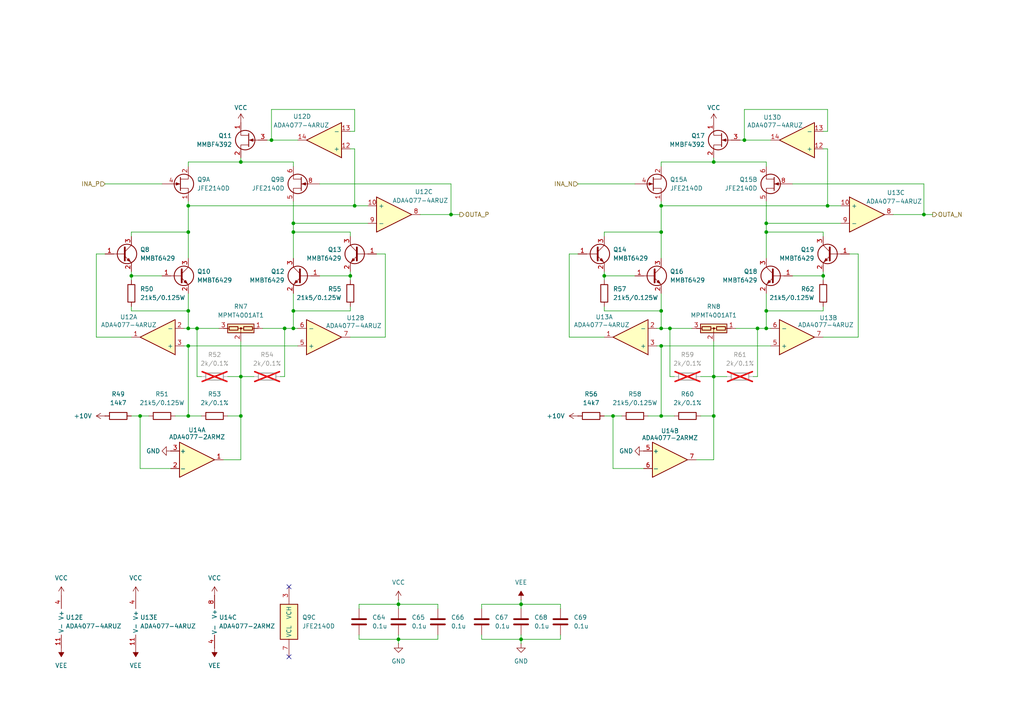
<source format=kicad_sch>
(kicad_sch (version 20250114) (generator "eeschema") (generator_version "9.0")
  (paper "A4")
  (lib_symbols
    (symbol "DIFF_MEAS:ADA4077-2xRMZ" (pin_names (offset 0.127))
      (property "Reference" "U" (at 2.54 6.35 0))
      (property "Value" "ADA4077-2xRMZ" (at 2.54 3.81 0))
      (symbol "ADA4077-2xRMZ_1_1"
        (polyline (pts (xy 5.08 0) (xy -5.08 5.08) (xy -5.08 -5.08) (xy 5.08 0)) (stroke (width 0.254)) (fill (type background)))
        (pin input line (at -7.62 2.54 0) (length 2.54) (name "+") (number "3"))
        (pin input line (at -7.62 -2.54 0) (length 2.54) (name "-") (number "2"))
        (pin output line (at 7.62 0 180) (length 2.54) (name "~") (number "1"))
      )
      (symbol "ADA4077-2xRMZ_2_1"
        (polyline (pts (xy 5.08 0) (xy -5.08 5.08) (xy -5.08 -5.08) (xy 5.08 0)) (stroke (width 0.254)) (fill (type background)))
        (pin input line (at -7.62 2.54 0) (length 2.54) (name "+") (number "5"))
        (pin input line (at -7.62 -2.54 0) (length 2.54) (name "-") (number "6"))
        (pin output line (at 7.62 0 180) (length 2.54) (name "~") (number "7"))
      )
      (symbol "ADA4077-2xRMZ_3_1"
        (pin power_in line (at 0 7.62 270) (length 3.81) (name "V+") (number "8"))
        (pin power_in line (at 0 -7.62 90) (length 3.81) (name "V-") (number "4"))
      )
    )
    (symbol "DIFF_MEAS:ADA4077-4ARUZ"
      (property "Reference" "U" (at 0 3.81 0))
      (property "Value" "ADA4077-4ARUZ" (at 0 -3.81 0))
      (symbol "ADA4077-4ARUZ_1_1"
        (polyline (pts (xy -5.08 5.08) (xy 5.08 0) (xy -5.08 -5.08) (xy -5.08 5.08)) (stroke (width 0.254)) (fill (type background)))
        (pin input line (at -7.62 2.54 0) (length 2.54) (name "+") (number "3"))
        (pin input line (at -7.62 -2.54 0) (length 2.54) (name "-") (number "2"))
        (pin output line (at 7.62 0 180) (length 2.54) (name "~") (number "1"))
      )
      (symbol "ADA4077-4ARUZ_2_1"
        (polyline (pts (xy -5.08 5.08) (xy 5.08 0) (xy -5.08 -5.08) (xy -5.08 5.08)) (stroke (width 0.254)) (fill (type background)))
        (pin input line (at -7.62 2.54 0) (length 2.54) (name "+") (number "5"))
        (pin input line (at -7.62 -2.54 0) (length 2.54) (name "-") (number "6"))
        (pin output line (at 7.62 0 180) (length 2.54) (name "~") (number "7"))
      )
      (symbol "ADA4077-4ARUZ_3_1"
        (polyline (pts (xy -5.08 5.08) (xy 5.08 0) (xy -5.08 -5.08) (xy -5.08 5.08)) (stroke (width 0.254)) (fill (type background)))
        (pin input line (at -7.62 2.54 0) (length 2.54) (name "+") (number "10"))
        (pin input line (at -7.62 -2.54 0) (length 2.54) (name "-") (number "9"))
        (pin output line (at 7.62 0 180) (length 2.54) (name "~") (number "8"))
      )
      (symbol "ADA4077-4ARUZ_4_1"
        (polyline (pts (xy -5.08 5.08) (xy 5.08 0) (xy -5.08 -5.08) (xy -5.08 5.08)) (stroke (width 0.254)) (fill (type background)))
        (pin input line (at -7.62 2.54 0) (length 2.54) (name "+") (number "12"))
        (pin input line (at -7.62 -2.54 0) (length 2.54) (name "-") (number "13"))
        (pin output line (at 7.62 0 180) (length 2.54) (name "~") (number "14"))
      )
      (symbol "ADA4077-4ARUZ_5_1"
        (pin power_in line (at 0 7.62 270) (length 3.81) (name "V+") (number "4"))
        (pin power_in line (at 0 -7.62 90) (length 3.81) (name "V-") (number "11"))
      )
    )
    (symbol "Device:C" (pin_numbers (hide yes)) (pin_names (offset 0.254))
      (property "Reference" "C" (at 0.635 2.54 0))
      (property "Value" "C" (at 0.635 -2.54 0))
      (symbol "C_0_1"
        (polyline (pts (xy -2.032 0.762) (xy 2.032 0.762)) (stroke (width 0.508)))
        (polyline (pts (xy -2.032 -0.762) (xy 2.032 -0.762)) (stroke (width 0.508)))
      )
      (symbol "C_1_1"
        (pin passive line (at 0 3.81 270) (length 2.794) (name "~") (number "1"))
        (pin passive line (at 0 -3.81 90) (length 2.794) (name "~") (number "2"))
      )
    )
    (symbol "Device:R" (pin_numbers (hide yes)) (pin_names (offset 0))
      (property "Reference" "R" (at 2.032 0 90))
      (property "Value" "R" (at 0 0 90))
      (symbol "R_0_1"
        (rectangle (start -1.016 -2.54) (end 1.016 2.54) (stroke (width 0.254)))
      )
      (symbol "R_1_1"
        (pin passive line (at 0 3.81 270) (length 1.27) (name "~") (number "1"))
        (pin passive line (at 0 -3.81 90) (length 1.27) (name "~") (number "2"))
      )
    )
    (symbol "Device:VoltageDivider" (pin_names (offset 0) (hide yes))
      (property "Reference" "RN" (at -4.445 0 90))
      (property "Value" "VoltageDivider" (at -2.54 0 90))
      (symbol "VoltageDivider_0_1"
        (rectangle (start -1.27 -3.81) (end 1.27 3.81) (stroke (width 0.254)) (fill (type background)))
        (rectangle (start -0.508 3.3782) (end 0.508 0.8382) (stroke (width 0.254)))
        (rectangle (start -0.508 -3.3782) (end 0.508 -0.8382) (stroke (width 0.254)))
        (polyline (pts (xy 0 5.08) (xy 0 3.3782)))
        (polyline (pts (xy 0 0.889) (xy 0 -0.889)))
        (circle (center 0 0.0254) (radius 0.254) (fill (type outline)))
        (polyline (pts (xy 0 -5.08) (xy 0 -3.429)))
        (polyline (pts (xy 1.27 0) (xy 0 0)))
      )
      (symbol "VoltageDivider_1_1"
        (pin passive line (at 0 6.35 270) (length 2.54) (name "~") (number "1"))
        (pin passive line (at 0 -6.35 90) (length 2.54) (name "~") (number "3"))
        (pin passive line (at 3.81 0 180) (length 2.54) (name "~") (number "2"))
      )
    )
    (symbol "Transistor_BJT:Q_NPN_BEC" (pin_names (offset 0) (hide yes))
      (property "Reference" "Q" (at 5.08 1.27 0))
      (property "Value" "Q_NPN_BEC" (at 5.08 -1.27 0))
      (symbol "Q_NPN_BEC_0_1"
        (polyline (pts (xy -2.54 0) (xy 0.635 0)))
        (polyline (pts (xy 0.635 1.905) (xy 0.635 -1.905)) (stroke (width 0.508)))
        (circle (center 1.27 0) (radius 2.8194) (stroke (width 0.254)))
      )
      (symbol "Q_NPN_BEC_1_1"
        (polyline (pts (xy 0.635 0.635) (xy 2.54 2.54)))
        (polyline (pts (xy 0.635 -0.635) (xy 2.54 -2.54)))
        (polyline (pts (xy 1.27 -1.778) (xy 1.778 -1.27) (xy 2.286 -2.286) (xy 1.27 -1.778)) (fill (type outline)))
        (pin input line (at -5.08 0 0) (length 2.54) (name "B") (number "1"))
        (pin passive line (at 2.54 5.08 270) (length 2.54) (name "C") (number "3"))
        (pin passive line (at 2.54 -5.08 90) (length 2.54) (name "E") (number "2"))
      )
    )
    (symbol "Transistor_FET:JFE2140D"
      (property "Reference" "Q" (at 5.08 1.27 0))
      (property "Value" "JFE2140D" (at 8.89 -1.27 0))
      (symbol "JFE2140D_1_1"
        (polyline (pts (xy 0 0) (xy -1.016 0.381) (xy -1.016 -0.381) (xy 0 0)) (fill (type outline)))
        (polyline (pts (xy 0.254 1.905) (xy 0.254 -1.905) (xy 0.254 -1.905)) (stroke (width 0.254)))
        (circle (center 1.27 0) (radius 2.8194) (stroke (width 0.254)))
        (polyline (pts (xy 2.54 2.54) (xy 2.54 1.397) (xy 0.254 1.397)))
        (polyline (pts (xy 2.54 -2.54) (xy 2.54 -1.27) (xy 0.254 -1.27)))
        (pin input line (at -5.08 0 0) (length 5.334) (name "~") (number "4"))
        (pin passive line (at 2.54 5.08 270) (length 2.54) (name "~") (number "2"))
        (pin passive line (at 2.54 -5.08 90) (length 2.54) (name "~") (number "1"))
      )
      (symbol "JFE2140D_2_1"
        (polyline (pts (xy 0 0) (xy -1.016 0.381) (xy -1.016 -0.381) (xy 0 0)) (fill (type outline)))
        (polyline (pts (xy 0.254 1.905) (xy 0.254 -1.905) (xy 0.254 -1.905)) (stroke (width 0.254)))
        (circle (center 1.27 0) (radius 2.8194) (stroke (width 0.254)))
        (polyline (pts (xy 2.54 2.54) (xy 2.54 1.397) (xy 0.254 1.397)))
        (polyline (pts (xy 2.54 -2.54) (xy 2.54 -1.27) (xy 0.254 -1.27)))
        (pin input line (at -5.08 0 0) (length 5.334) (name "~") (number "8"))
        (pin passive line (at 2.54 5.08 270) (length 2.54) (name "~") (number "6"))
        (pin passive line (at 2.54 -5.08 90) (length 2.54) (name "~") (number "5"))
      )
      (symbol "JFE2140D_3_0"
        (pin passive line (at 0 10.16 270) (length 5.08) (name "VCH") (number "3"))
        (pin passive line (at 0 -10.16 90) (length 5.08) (name "VCL") (number "7"))
      )
      (symbol "JFE2140D_3_1"
        (rectangle (start -2.54 5.08) (end 2.54 -5.08) (stroke (width 0.254)) (fill (type background)))
      )
    )
    (symbol "Transistor_FET:MMBF4392" (pin_names (hide yes))
      (property "Reference" "Q" (at 5.08 1.905 0))
      (property "Value" "MMBF4392" (at 5.08 0 0))
      (symbol "MMBF4392_0_1"
        (polyline (pts (xy 0 0) (xy -1.016 0.381) (xy -1.016 -0.381) (xy 0 0)) (fill (type outline)))
        (polyline (pts (xy 0.254 1.905) (xy 0.254 -1.905)) (stroke (width 0.254)))
        (polyline (pts (xy 0.254 0) (xy -2.54 0)))
        (circle (center 1.27 0) (radius 2.8194) (stroke (width 0.254)))
        (polyline (pts (xy 2.54 2.54) (xy 2.54 1.397) (xy 0.254 1.397)))
        (polyline (pts (xy 2.54 -2.54) (xy 2.54 -1.397) (xy 0.254 -1.397)))
      )
      (symbol "MMBF4392_1_1"
        (pin input line (at -5.08 0 0) (length 2.54) (name "G") (number "3"))
        (pin passive line (at 2.54 5.08 270) (length 2.54) (name "D") (number "1"))
        (pin passive line (at 2.54 -5.08 90) (length 2.54) (name "S") (number "2"))
      )
    )
    (symbol "power:+10V" (power) (pin_numbers (hide yes)) (pin_names (offset 0) (hide yes))
      (property "Value" "+10V" (at 0 3.556 0))
      (symbol "+10V_0_1"
        (polyline (pts (xy -0.762 1.27) (xy 0 2.54)))
        (polyline (pts (xy 0 2.54) (xy 0.762 1.27)))
        (polyline (pts (xy 0 0) (xy 0 2.54)))
      )
      (symbol "+10V_1_1"
        (pin power_in line (at 0 0 90) (length 0) (name "~") (number "1"))
      )
    )
    (symbol "power:GND" (power) (pin_numbers (hide yes)) (pin_names (offset 0) (hide yes))
      (property "Value" "GND" (at 0 -3.81 0))
      (symbol "GND_0_1"
        (polyline (pts (xy 0 0) (xy 0 -1.27) (xy 1.27 -1.27) (xy 0 -2.54) (xy -1.27 -1.27) (xy 0 -1.27)))
      )
      (symbol "GND_1_1"
        (pin power_in line (at 0 0 270) (length 0) (name "~") (number "1"))
      )
    )
    (symbol "power:VCC" (power) (pin_numbers (hide yes)) (pin_names (offset 0) (hide yes))
      (property "Value" "VCC" (at 0 3.556 0))
      (symbol "VCC_0_1"
        (polyline (pts (xy -0.762 1.27) (xy 0 2.54)))
        (polyline (pts (xy 0 2.54) (xy 0.762 1.27)))
        (polyline (pts (xy 0 0) (xy 0 2.54)))
      )
      (symbol "VCC_1_1"
        (pin power_in line (at 0 0 90) (length 0) (name "~") (number "1"))
      )
    )
    (symbol "power:VEE" (power) (pin_numbers (hide yes)) (pin_names (offset 0) (hide yes))
      (property "Value" "VEE" (at 0 3.556 0))
      (symbol "VEE_0_1"
        (polyline (pts (xy 0 0) (xy 0 2.54)))
        (polyline (pts (xy 0.762 1.27) (xy -0.762 1.27) (xy 0 2.54) (xy 0.762 1.27)) (fill (type outline)))
      )
      (symbol "VEE_1_1"
        (pin power_in line (at 0 0 90) (length 0) (name "~") (number "1"))
      )
    )
  )
  (junction (at 207.01 120.65))
  (junction (at 54.61 100.33))
  (junction (at 267.97 62.23))
  (junction (at 191.77 120.65))
  (junction (at 69.85 109.22))
  (junction (at 115.57 175.26))
  (junction (at 85.09 95.25))
  (junction (at 191.77 90.17))
  (junction (at 151.13 185.42))
  (junction (at 222.25 95.25))
  (junction (at 222.25 90.17))
  (junction (at 85.09 64.77))
  (junction (at 175.26 80.01))
  (junction (at 240.03 59.69))
  (junction (at 85.09 90.17))
  (junction (at 78.74 40.64))
  (junction (at 40.64 120.65))
  (junction (at 222.25 64.77))
  (junction (at 102.87 59.69))
  (junction (at 54.61 59.69))
  (junction (at 151.13 175.26))
  (junction (at 207.01 109.22))
  (junction (at 54.61 95.25))
  (junction (at 191.77 67.31))
  (junction (at 130.81 62.23))
  (junction (at 69.85 120.65))
  (junction (at 194.31 95.25))
  (junction (at 222.25 67.31))
  (junction (at 69.85 46.99))
  (junction (at 101.6 80.01))
  (junction (at 54.61 90.17))
  (junction (at 57.15 95.25))
  (junction (at 191.77 95.25))
  (junction (at 219.71 95.25))
  (junction (at 54.61 120.65))
  (junction (at 54.61 67.31))
  (junction (at 191.77 59.69))
  (junction (at 215.9 40.64))
  (junction (at 38.1 80.01))
  (junction (at 177.8 120.65))
  (junction (at 82.55 95.25))
  (junction (at 115.57 185.42))
  (junction (at 238.76 80.01))
  (junction (at 85.09 67.31))
  (junction (at 207.01 46.99))
  (junction (at 191.77 100.33))
  (no_connect (at 83.82 170.18))
  (no_connect (at 83.82 190.5))
  (wire (pts (xy 151.13 175.26) (xy 162.56 175.26)))
  (wire (pts (xy 191.77 100.33) (xy 223.52 100.33)))
  (wire (pts (xy 57.15 95.25) (xy 57.15 109.22)))
  (wire (pts (xy 248.92 73.66) (xy 246.38 73.66)))
  (wire (pts (xy 229.87 80.01) (xy 238.76 80.01)))
  (wire (pts (xy 177.8 120.65) (xy 180.34 120.65)))
  (wire (pts (xy 215.9 40.64) (xy 223.52 40.64)))
  (wire (pts (xy 130.81 53.34) (xy 130.81 62.23)))
  (wire (pts (xy 175.26 80.01) (xy 184.15 80.01)))
  (wire (pts (xy 238.76 78.74) (xy 238.76 80.01)))
  (wire (pts (xy 175.26 90.17) (xy 191.77 90.17)))
  (wire (pts (xy 191.77 120.65) (xy 195.58 120.65)))
  (wire (pts (xy 101.6 67.31) (xy 101.6 68.58)))
  (wire (pts (xy 115.57 175.26) (xy 127 175.26)))
  (wire (pts (xy 54.61 48.26) (xy 54.61 46.99)))
  (wire (pts (xy 240.03 43.18) (xy 240.03 59.69)))
  (wire (pts (xy 207.01 46.99) (xy 222.25 46.99)))
  (wire (pts (xy 54.61 120.65) (xy 58.42 120.65)))
  (wire (pts (xy 214.63 40.64) (xy 215.9 40.64)))
  (wire (pts (xy 85.09 90.17) (xy 85.09 95.25)))
  (wire (pts (xy 38.1 78.74) (xy 38.1 80.01)))
  (wire (pts (xy 238.76 90.17) (xy 222.25 90.17)))
  (wire (pts (xy 222.25 64.77) (xy 243.84 64.77)))
  (wire (pts (xy 101.6 88.9) (xy 101.6 90.17)))
  (wire (pts (xy 240.03 31.75) (xy 240.03 38.1)))
  (wire (pts (xy 222.25 90.17) (xy 222.25 95.25)))
  (wire (pts (xy 218.44 109.22) (xy 219.71 109.22)))
  (wire (pts (xy 85.09 74.93) (xy 85.09 67.31)))
  (wire (pts (xy 175.26 97.79) (xy 165.1 97.79)))
  (wire (pts (xy 151.13 185.42) (xy 162.56 185.42)))
  (wire (pts (xy 111.76 73.66) (xy 109.22 73.66)))
  (wire (pts (xy 151.13 173.99) (xy 151.13 175.26)))
  (wire (pts (xy 85.09 64.77) (xy 85.09 67.31)))
  (wire (pts (xy 53.34 100.33) (xy 54.61 100.33)))
  (wire (pts (xy 191.77 85.09) (xy 191.77 90.17)))
  (wire (pts (xy 240.03 59.69) (xy 243.84 59.69)))
  (wire (pts (xy 191.77 46.99) (xy 207.01 46.99)))
  (wire (pts (xy 127 185.42) (xy 127 184.15)))
  (wire (pts (xy 102.87 31.75) (xy 102.87 38.1)))
  (wire (pts (xy 191.77 48.26) (xy 191.77 46.99)))
  (wire (pts (xy 101.6 90.17) (xy 85.09 90.17)))
  (wire (pts (xy 187.96 120.65) (xy 191.77 120.65)))
  (wire (pts (xy 121.92 62.23) (xy 130.81 62.23)))
  (wire (pts (xy 92.71 80.01) (xy 101.6 80.01)))
  (wire (pts (xy 222.25 85.09) (xy 222.25 90.17)))
  (wire (pts (xy 115.57 185.42) (xy 127 185.42)))
  (wire (pts (xy 191.77 67.31) (xy 175.26 67.31)))
  (wire (pts (xy 115.57 175.26) (xy 104.14 175.26)))
  (wire (pts (xy 77.47 40.64) (xy 78.74 40.64)))
  (wire (pts (xy 151.13 175.26) (xy 139.7 175.26)))
  (wire (pts (xy 222.25 95.25) (xy 223.52 95.25)))
  (wire (pts (xy 201.93 133.35) (xy 207.01 133.35)))
  (wire (pts (xy 191.77 90.17) (xy 191.77 95.25)))
  (wire (pts (xy 54.61 74.93) (xy 54.61 67.31)))
  (wire (pts (xy 203.2 120.65) (xy 207.01 120.65)))
  (wire (pts (xy 115.57 175.26) (xy 115.57 176.53)))
  (wire (pts (xy 229.87 53.34) (xy 267.97 53.34)))
  (wire (pts (xy 191.77 74.93) (xy 191.77 67.31)))
  (wire (pts (xy 49.53 135.89) (xy 40.64 135.89)))
  (wire (pts (xy 85.09 58.42) (xy 85.09 64.77)))
  (wire (pts (xy 222.25 58.42) (xy 222.25 64.77)))
  (wire (pts (xy 78.74 31.75) (xy 102.87 31.75)))
  (wire (pts (xy 78.74 40.64) (xy 78.74 31.75)))
  (wire (pts (xy 238.76 43.18) (xy 240.03 43.18)))
  (wire (pts (xy 69.85 46.99) (xy 85.09 46.99)))
  (wire (pts (xy 104.14 175.26) (xy 104.14 176.53)))
  (wire (pts (xy 54.61 90.17) (xy 54.61 95.25)))
  (wire (pts (xy 101.6 43.18) (xy 102.87 43.18)))
  (wire (pts (xy 54.61 85.09) (xy 54.61 90.17)))
  (wire (pts (xy 102.87 38.1) (xy 101.6 38.1)))
  (wire (pts (xy 78.74 40.64) (xy 86.36 40.64)))
  (wire (pts (xy 69.85 109.22) (xy 69.85 120.65)))
  (wire (pts (xy 38.1 90.17) (xy 54.61 90.17)))
  (wire (pts (xy 139.7 185.42) (xy 151.13 185.42)))
  (wire (pts (xy 175.26 88.9) (xy 175.26 90.17)))
  (wire (pts (xy 207.01 99.06) (xy 207.01 109.22)))
  (wire (pts (xy 40.64 120.65) (xy 43.18 120.65)))
  (wire (pts (xy 38.1 67.31) (xy 38.1 68.58)))
  (wire (pts (xy 111.76 97.79) (xy 101.6 97.79)))
  (wire (pts (xy 64.77 133.35) (xy 69.85 133.35)))
  (wire (pts (xy 203.2 109.22) (xy 207.01 109.22)))
  (wire (pts (xy 30.48 53.34) (xy 46.99 53.34)))
  (wire (pts (xy 38.1 80.01) (xy 46.99 80.01)))
  (wire (pts (xy 177.8 135.89) (xy 177.8 120.65)))
  (wire (pts (xy 248.92 73.66) (xy 248.92 97.79)))
  (wire (pts (xy 115.57 184.15) (xy 115.57 185.42)))
  (wire (pts (xy 222.25 46.99) (xy 222.25 48.26)))
  (wire (pts (xy 219.71 95.25) (xy 222.25 95.25)))
  (wire (pts (xy 215.9 31.75) (xy 240.03 31.75)))
  (wire (pts (xy 267.97 53.34) (xy 267.97 62.23)))
  (wire (pts (xy 194.31 95.25) (xy 194.31 109.22)))
  (wire (pts (xy 102.87 43.18) (xy 102.87 59.69)))
  (wire (pts (xy 38.1 120.65) (xy 40.64 120.65)))
  (wire (pts (xy 54.61 59.69) (xy 54.61 67.31)))
  (wire (pts (xy 162.56 185.42) (xy 162.56 184.15)))
  (wire (pts (xy 151.13 184.15) (xy 151.13 185.42)))
  (wire (pts (xy 92.71 53.34) (xy 130.81 53.34)))
  (wire (pts (xy 162.56 176.53) (xy 162.56 175.26)))
  (wire (pts (xy 66.04 120.65) (xy 69.85 120.65)))
  (wire (pts (xy 139.7 184.15) (xy 139.7 185.42)))
  (wire (pts (xy 222.25 64.77) (xy 222.25 67.31)))
  (wire (pts (xy 213.36 95.25) (xy 219.71 95.25)))
  (wire (pts (xy 54.61 67.31) (xy 38.1 67.31)))
  (wire (pts (xy 207.01 109.22) (xy 210.82 109.22)))
  (wire (pts (xy 139.7 175.26) (xy 139.7 176.53)))
  (wire (pts (xy 240.03 38.1) (xy 238.76 38.1)))
  (wire (pts (xy 82.55 95.25) (xy 85.09 95.25)))
  (wire (pts (xy 222.25 67.31) (xy 238.76 67.31)))
  (wire (pts (xy 238.76 67.31) (xy 238.76 68.58)))
  (wire (pts (xy 191.77 59.69) (xy 191.77 67.31)))
  (wire (pts (xy 54.61 95.25) (xy 57.15 95.25)))
  (wire (pts (xy 175.26 81.28) (xy 175.26 80.01)))
  (wire (pts (xy 58.42 109.22) (xy 57.15 109.22)))
  (wire (pts (xy 259.08 62.23) (xy 267.97 62.23)))
  (wire (pts (xy 81.28 109.22) (xy 82.55 109.22)))
  (wire (pts (xy 53.34 95.25) (xy 54.61 95.25)))
  (wire (pts (xy 54.61 59.69) (xy 102.87 59.69)))
  (wire (pts (xy 69.85 45.72) (xy 69.85 46.99)))
  (wire (pts (xy 167.64 53.34) (xy 184.15 53.34)))
  (wire (pts (xy 40.64 135.89) (xy 40.64 120.65)))
  (wire (pts (xy 190.5 100.33) (xy 191.77 100.33)))
  (wire (pts (xy 215.9 40.64) (xy 215.9 31.75)))
  (wire (pts (xy 85.09 64.77) (xy 106.68 64.77)))
  (wire (pts (xy 50.8 120.65) (xy 54.61 120.65)))
  (wire (pts (xy 191.77 95.25) (xy 194.31 95.25)))
  (wire (pts (xy 191.77 100.33) (xy 191.77 120.65)))
  (wire (pts (xy 219.71 95.25) (xy 219.71 109.22)))
  (wire (pts (xy 190.5 95.25) (xy 191.77 95.25)))
  (wire (pts (xy 85.09 95.25) (xy 86.36 95.25)))
  (wire (pts (xy 85.09 67.31) (xy 101.6 67.31)))
  (wire (pts (xy 175.26 67.31) (xy 175.26 68.58)))
  (wire (pts (xy 115.57 185.42) (xy 115.57 186.69)))
  (wire (pts (xy 85.09 46.99) (xy 85.09 48.26)))
  (wire (pts (xy 267.97 62.23) (xy 270.51 62.23)))
  (wire (pts (xy 127 176.53) (xy 127 175.26)))
  (wire (pts (xy 38.1 81.28) (xy 38.1 80.01)))
  (wire (pts (xy 101.6 81.28) (xy 101.6 80.01)))
  (wire (pts (xy 76.2 95.25) (xy 82.55 95.25)))
  (wire (pts (xy 194.31 95.25) (xy 200.66 95.25)))
  (wire (pts (xy 57.15 95.25) (xy 63.5 95.25)))
  (wire (pts (xy 207.01 45.72) (xy 207.01 46.99)))
  (wire (pts (xy 175.26 120.65) (xy 177.8 120.65)))
  (wire (pts (xy 222.25 74.93) (xy 222.25 67.31)))
  (wire (pts (xy 195.58 109.22) (xy 194.31 109.22)))
  (wire (pts (xy 151.13 175.26) (xy 151.13 176.53)))
  (wire (pts (xy 186.69 135.89) (xy 177.8 135.89)))
  (wire (pts (xy 104.14 185.42) (xy 115.57 185.42)))
  (wire (pts (xy 191.77 58.42) (xy 191.77 59.69)))
  (wire (pts (xy 54.61 46.99) (xy 69.85 46.99)))
  (wire (pts (xy 85.09 85.09) (xy 85.09 90.17)))
  (wire (pts (xy 151.13 185.42) (xy 151.13 186.69)))
  (wire (pts (xy 54.61 58.42) (xy 54.61 59.69)))
  (wire (pts (xy 54.61 100.33) (xy 54.61 120.65)))
  (wire (pts (xy 69.85 120.65) (xy 69.85 133.35)))
  (wire (pts (xy 191.77 59.69) (xy 240.03 59.69)))
  (wire (pts (xy 54.61 100.33) (xy 86.36 100.33)))
  (wire (pts (xy 101.6 78.74) (xy 101.6 80.01)))
  (wire (pts (xy 130.81 62.23) (xy 133.35 62.23)))
  (wire (pts (xy 38.1 88.9) (xy 38.1 90.17)))
  (wire (pts (xy 111.76 73.66) (xy 111.76 97.79)))
  (wire (pts (xy 238.76 81.28) (xy 238.76 80.01)))
  (wire (pts (xy 82.55 95.25) (xy 82.55 109.22)))
  (wire (pts (xy 175.26 78.74) (xy 175.26 80.01)))
  (wire (pts (xy 115.57 173.99) (xy 115.57 175.26)))
  (wire (pts (xy 248.92 97.79) (xy 238.76 97.79)))
  (wire (pts (xy 165.1 97.79) (xy 165.1 73.66)))
  (wire (pts (xy 66.04 109.22) (xy 69.85 109.22)))
  (wire (pts (xy 207.01 120.65) (xy 207.01 133.35)))
  (wire (pts (xy 27.94 73.66) (xy 30.48 73.66)))
  (wire (pts (xy 69.85 99.06) (xy 69.85 109.22)))
  (wire (pts (xy 104.14 184.15) (xy 104.14 185.42)))
  (wire (pts (xy 238.76 88.9) (xy 238.76 90.17)))
  (wire (pts (xy 207.01 109.22) (xy 207.01 120.65)))
  (wire (pts (xy 102.87 59.69) (xy 106.68 59.69)))
  (wire (pts (xy 38.1 97.79) (xy 27.94 97.79)))
  (wire (pts (xy 165.1 73.66) (xy 167.64 73.66)))
  (wire (pts (xy 27.94 97.79) (xy 27.94 73.66)))
  (wire (pts (xy 69.85 109.22) (xy 73.66 109.22)))
  (hierarchical_label "INA_P" (shape input) (at 30.48 53.34 180))
  (hierarchical_label "OUTA_N" (shape output) (at 270.51 62.23 0))
  (hierarchical_label "OUTA_P" (shape output) (at 133.35 62.23 0))
  (hierarchical_label "INA_N" (shape input) (at 167.64 53.34 180))
  (symbol (lib_id "power:GND") (at 115.57 186.69 0) (unit 1)
    (property "Reference" "#PWR0133" (effects (hide yes)))
    (property "Value" "GND" (at 115.57 191.77 0))
    (property "Description" "Power symbol creates a global label with name \"GND\" , ground" (effects (hide yes)))
    (instances (project "" (path "" (reference "#PWR0133") (unit 1))) (project "" (path "" (reference "#PWR037") (unit 1))))
  )
  (symbol (lib_id "Transistor_FET:JFE2140D") (at 52.07 53.34 0) (unit 1)
    (property "Reference" "Q9" (at 57.15 52.0699 0) (effects (justify left)))
    (property "Value" "JFE2140D" (at 57.15 54.6099 0) (effects (justify left)))
    (property "Footprint" "Package_SO:SOIC-8_3.9x4.9mm_P1.27mm" (effects (hide yes)))
    (property "Datasheet" "https://www.ti.com/lit/ds/symlink/jfe2140.pdf" (effects (hide yes)))
    (property "Description" "Ultra-Low Noise, Matched, Dual, Low-Gate Current, Discrete, Audio, N‑Channel JFET, SOIC-8" (effects (hide yes)))
    (instances (project "" (path "" (reference "Q9") (unit 1))) (project "" (path "" (reference "Q2") (unit 1))))
  )
  (symbol (lib_id "Transistor_FET:MMBF4392") (at 209.55 40.64 0) (mirror y) (unit 1)
    (property "Reference" "Q17" (at 204.47 39.3699 0) (effects (justify left)))
    (property "Value" "MMBF4392" (at 204.47 41.9099 0) (effects (justify left)))
    (property "Footprint" "Package_TO_SOT_SMD:SOT-23" (effects (hide yes)))
    (property "Datasheet" "https://www.onsemi.com/pub/Collateral/MMBF4391LT1-D.PDF" (effects (hide yes)))
    (property "Description" "25mA min, 30V, 60mOhm max, 2-5V Vgs(off), N-Channel JFET, SOT-23" (effects (hide yes)))
    (instances (project "DIFF_MEAS" (path "" (reference "Q17") (unit 1))) (project "DIFF_MEAS" (path "" (reference "Q10") (unit 1))))
  )
  (symbol (lib_id "power:VCC") (at 69.85 35.56 0) (unit 1)
    (property "Reference" "#PWR0131" (effects (hide yes)))
    (property "Value" "VCC" (at 69.85 31.242 0))
    (property "Description" "Power symbol creates a global label with name \"VCC\"" (effects (hide yes)))
    (instances (project "DIFF_MEAS" (path "" (reference "#PWR0131") (unit 1))) (project "DIFF_MEAS" (path "" (reference "#PWR035") (unit 1))))
  )
  (symbol (lib_id "Device:R") (at 199.39 109.22 90) (unit 1) (in_bom no) (dnp yes)
    (property "Reference" "R59" (at 199.39 102.87 90))
    (property "Value" "2k/0.1%" (at 199.39 105.41 90))
    (property "Footprint" "Resistor_SMD:R_0603_1608Metric" (effects (hide yes)))
    (property "Description" "Resistor" (effects (hide yes)))
    (instances (project "DIFF_MEAS" (path "" (reference "R59") (unit 1))) (project "DIFF_MEAS" (path "" (reference "R35") (unit 1))))
  )
  (symbol (lib_id "DIFF_MEAS:ADA4077-2xRMZ") (at 57.15 133.35 0) (unit 1)
    (property "Reference" "U14" (at 57.15 124.714 0))
    (property "Value" "ADA4077-2ARMZ" (at 57.15 126.746 0))
    (property "Footprint" "Package_SO:MSOP-8_3x3mm_P0.65mm" (effects (hide yes)))
    (property "Datasheet" "https://www.analog.com/media/en/technical-documentation/data-sheets/ada4077-1_4077-2_4077-4.pdf" (effects (hide yes)))
    (property "Description" "4 MHz, 7 nV/√Hz, Low Offset and Drift, High Precision Amplifiers" (effects (hide yes)))
  )
  (symbol (lib_id "power:GND") (at 186.69 130.81 270) (unit 1)
    (property "Reference" "#PWR0137" (effects (hide yes)))
    (property "Value" "GND" (at 183.642 130.81 90) (effects (justify right)))
    (property "Description" "Power symbol creates a global label with name \"GND\" , ground" (effects (hide yes)))
    (instances (project "DIFF_MEAS" (path "" (reference "#PWR0137") (unit 1))) (project "DIFF_MEAS" (path "" (reference "#PWR041") (unit 1))))
  )
  (symbol (lib_id "Transistor_FET:JFE2140D") (at 224.79 53.34 0) (mirror y) (unit 2)
    (property "Reference" "Q15" (at 219.71 52.0699 0) (effects (justify left)))
    (property "Value" "JFE2140D" (at 219.71 54.6099 0) (effects (justify left)))
    (property "Footprint" "Package_SO:SOIC-8_3.9x4.9mm_P1.27mm" (effects (hide yes)))
    (property "Datasheet" "https://www.ti.com/lit/ds/symlink/jfe2140.pdf" (effects (hide yes)))
    (property "Description" "Ultra-Low Noise, Matched, Dual, Low-Gate Current, Discrete, Audio, N‑Channel JFET, SOIC-8" (effects (hide yes)))
    (instances (project "DIFF_MEAS" (path "" (reference "Q15") (unit 2))) (project "DIFF_MEAS" (path "" (reference "Q8") (unit 2))))
  )
  (symbol (lib_id "DIFF_MEAS:ADA4077-4ARUZ") (at 231.14 97.79 0) (mirror x) (unit 2)
    (property "Reference" "U13" (at 240.284 92.202 0))
    (property "Value" "ADA4077-4ARUZ" (at 239.522 94.234 0))
    (property "Footprint" "Package_SO:TSSOP-14_4.4x5mm_P0.65mm" (effects (hide yes)))
    (property "Datasheet" "https://www.analog.com/media/en/technical-documentation/data-sheets/ada4077-1_4077-2_4077-4.pdf" (effects (hide yes)))
    (property "Description" "4 MHz, 7 nV/√Hz, Low Offset and Drift, High Precision Amplifiers" (effects (hide yes)))
  )
  (symbol (lib_id "DIFF_MEAS:ADA4077-4ARUZ") (at 45.72 97.79 180) (unit 1)
    (property "Reference" "U12" (at 37.338 91.948 0))
    (property "Value" "ADA4077-4ARUZ" (at 37.338 94.234 0))
    (property "Footprint" "Package_SO:TSSOP-14_4.4x5mm_P0.65mm" (effects (hide yes)))
    (property "Datasheet" "https://www.analog.com/media/en/technical-documentation/data-sheets/ada4077-1_4077-2_4077-4.pdf" (effects (hide yes)))
    (property "Description" "4 MHz, 7 nV/√Hz, Low Offset and Drift, High Precision Amplifiers" (effects (hide yes)))
  )
  (symbol (lib_id "Device:R") (at 38.1 85.09 180) (unit 1)
    (property "Reference" "R50" (at 40.64 83.8199 0) (effects (justify right)))
    (property "Value" "21k5/0.125W" (at 40.64 86.3599 0) (effects (justify right)))
    (property "Footprint" "Resistor_SMD:R_0603_1608Metric" (effects (hide yes)))
    (property "Description" "Resistor" (effects (hide yes)))
    (instances (project "DIFF_MEAS" (path "" (reference "R50") (unit 1))) (project "DIFF_MEAS" (path "" (reference "R26") (unit 1))))
  )
  (symbol (lib_id "power:VEE") (at 62.23 187.96 180) (unit 1)
    (property "Reference" "#PWR0130" (effects (hide yes)))
    (property "Value" "VEE" (at 62.23 193.04 0))
    (property "Description" "Power symbol creates a global label with name \"VEE\"" (effects (hide yes)))
    (instances (project "DIFF_MEAS" (path "" (reference "#PWR0130") (unit 1))) (project "DIFF_MEAS" (path "" (reference "#PWR034") (unit 1))))
  )
  (symbol (lib_id "Transistor_BJT:Q_NPN_BEC") (at 35.56 73.66 0) (unit 1)
    (property "Reference" "Q8" (at 40.64 72.3899 0) (effects (justify left)))
    (property "Value" "MMBT6429" (at 40.64 74.9299 0) (effects (justify left)))
    (property "Footprint" "Package_TO_SOT_SMD:SOT-23" (effects (hide yes)))
    (property "Datasheet" "https://www.onsemi.com/pdf/datasheet/mmbt6428lt1-d.pdf" (effects (hide yes)))
    (property "Description" "NPN transistor, base/emitter/collector" (effects (hide yes)))
    (instances (project "DIFF_MEAS" (path "" (reference "Q8") (unit 1))) (project "DIFF_MEAS" (path "" (reference "Q1") (unit 1))))
  )
  (symbol (lib_id "DIFF_MEAS:ADA4077-2xRMZ") (at 194.31 133.35 0) (unit 2)
    (property "Reference" "U14" (at 194.31 124.968 0))
    (property "Value" "ADA4077-2ARMZ" (at 194.31 127 0))
    (property "Footprint" "Package_SO:MSOP-8_3x3mm_P0.65mm" (effects (hide yes)))
    (property "Datasheet" "https://www.analog.com/media/en/technical-documentation/data-sheets/ada4077-1_4077-2_4077-4.pdf" (effects (hide yes)))
    (property "Description" "4 MHz, 7 nV/√Hz, Low Offset and Drift, High Precision Amplifiers" (effects (hide yes)))
  )
  (symbol (lib_id "Device:VoltageDivider") (at 69.85 95.25 270) (unit 1)
    (property "Reference" "RN7" (at 69.85 88.9 90))
    (property "Value" "MPMT4001AT1" (at 69.85 91.44 90))
    (property "Footprint" "Package_TO_SOT_SMD:SOT-23" (effects (hide yes)))
    (property "Description" "Voltage divider" (effects (hide yes)))
    (instances (project "" (path "" (reference "RN7") (unit 1))) (project "" (path "" (reference "RN1") (unit 1))))
  )
  (symbol (lib_id "DIFF_MEAS:ADA4077-2xRMZ") (at 62.23 180.34 0) (unit 3)
    (property "Reference" "U14" (at 63.5 179.0699 0) (effects (justify left)))
    (property "Value" "ADA4077-2ARMZ" (at 63.5 181.6099 0) (effects (justify left)))
    (property "Footprint" "Package_SO:MSOP-8_3x3mm_P0.65mm" (effects (hide yes)))
    (property "Datasheet" "https://www.analog.com/media/en/technical-documentation/data-sheets/ada4077-1_4077-2_4077-4.pdf" (effects (hide yes)))
    (property "Description" "4 MHz, 7 nV/√Hz, Low Offset and Drift, High Precision Amplifiers" (effects (hide yes)))
  )
  (symbol (lib_id "DIFF_MEAS:ADA4077-4ARUZ") (at 114.3 62.23 0) (unit 3)
    (property "Reference" "U12" (at 122.936 55.626 0))
    (property "Value" "ADA4077-4ARUZ" (at 121.92 58.166 0))
    (property "Footprint" "Package_SO:TSSOP-14_4.4x5mm_P0.65mm" (effects (hide yes)))
    (property "Datasheet" "https://www.analog.com/media/en/technical-documentation/data-sheets/ada4077-1_4077-2_4077-4.pdf" (effects (hide yes)))
    (property "Description" "4 MHz, 7 nV/√Hz, Low Offset and Drift, High Precision Amplifiers" (effects (hide yes)))
  )
  (symbol (lib_id "Device:R") (at 101.6 85.09 0) (mirror x) (unit 1)
    (property "Reference" "R55" (at 99.06 83.8199 0) (effects (justify right)))
    (property "Value" "21k5/0.125W" (at 99.06 86.3599 0) (effects (justify right)))
    (property "Footprint" "Resistor_SMD:R_0603_1608Metric" (effects (hide yes)))
    (property "Description" "Resistor" (effects (hide yes)))
    (instances (project "DIFF_MEAS" (path "" (reference "R55") (unit 1))) (project "DIFF_MEAS" (path "" (reference "R31") (unit 1))))
  )
  (symbol (lib_id "Device:C") (at 151.13 180.34 0) (unit 1)
    (property "Reference" "C68" (at 154.94 179.0699 0) (effects (justify left)))
    (property "Value" "0.1u" (at 154.94 181.6099 0) (effects (justify left)))
    (property "Footprint" "Capacitor_SMD:C_0603_1608Metric" (effects (hide yes)))
    (property "Description" "Unpolarized capacitor" (effects (hide yes)))
    (instances (project "DIFF_MEAS" (path "" (reference "C68") (unit 1))) (project "DIFF_MEAS" (path "" (reference "C31") (unit 1))))
  )
  (symbol (lib_id "Device:VoltageDivider") (at 207.01 95.25 270) (unit 1)
    (property "Reference" "RN8" (at 207.01 88.9 90))
    (property "Value" "MPMT4001AT1" (at 207.01 91.44 90))
    (property "Footprint" "Package_TO_SOT_SMD:SOT-23" (effects (hide yes)))
    (property "Description" "Voltage divider" (effects (hide yes)))
    (instances (project "DIFF_MEAS" (path "" (reference "RN8") (unit 1))) (project "DIFF_MEAS" (path "" (reference "RN2") (unit 1))))
  )
  (symbol (lib_id "power:VCC") (at 62.23 172.72 0) (unit 1)
    (property "Reference" "#PWR0129" (effects (hide yes)))
    (property "Value" "VCC" (at 62.23 167.64 0))
    (property "Description" "Power symbol creates a global label with name \"VCC\"" (effects (hide yes)))
    (instances (project "DIFF_MEAS" (path "" (reference "#PWR0129") (unit 1))) (project "DIFF_MEAS" (path "" (reference "#PWR033") (unit 1))))
  )
  (symbol (lib_id "DIFF_MEAS:ADA4077-4ARUZ") (at 93.98 40.64 180) (unit 4)
    (property "Reference" "U12" (at 87.63 33.782 0))
    (property "Value" "ADA4077-4ARUZ" (at 87.376 36.322 0))
    (property "Footprint" "Package_SO:TSSOP-14_4.4x5mm_P0.65mm" (effects (hide yes)))
    (property "Datasheet" "https://www.analog.com/media/en/technical-documentation/data-sheets/ada4077-1_4077-2_4077-4.pdf" (effects (hide yes)))
    (property "Description" "4 MHz, 7 nV/√Hz, Low Offset and Drift, High Precision Amplifiers" (effects (hide yes)))
  )
  (symbol (lib_id "Device:R") (at 77.47 109.22 90) (unit 1) (in_bom no) (dnp yes)
    (property "Reference" "R54" (at 77.47 102.87 90))
    (property "Value" "2k/0.1%" (at 77.47 105.41 90))
    (property "Footprint" "Resistor_SMD:R_0603_1608Metric" (effects (hide yes)))
    (property "Description" "Resistor" (effects (hide yes)))
    (instances (project "DIFF_MEAS" (path "" (reference "R54") (unit 1))) (project "DIFF_MEAS" (path "" (reference "R30") (unit 1))))
  )
  (symbol (lib_id "power:VCC") (at 207.01 35.56 0) (unit 1)
    (property "Reference" "#PWR0138" (effects (hide yes)))
    (property "Value" "VCC" (at 207.01 31.242 0))
    (property "Description" "Power symbol creates a global label with name \"VCC\"" (effects (hide yes)))
    (instances (project "DIFF_MEAS" (path "" (reference "#PWR0138") (unit 1))) (project "DIFF_MEAS" (path "" (reference "#PWR042") (unit 1))))
  )
  (symbol (lib_id "power:VEE") (at 151.13 173.99 0) (unit 1)
    (property "Reference" "#PWR0134" (effects (hide yes)))
    (property "Value" "VEE" (at 151.13 168.91 0))
    (property "Description" "Power symbol creates a global label with name \"VEE\"" (effects (hide yes)))
    (instances (project "DIFF_MEAS" (path "" (reference "#PWR0134") (unit 1))) (project "DIFF_MEAS" (path "" (reference "#PWR038") (unit 1))))
  )
  (symbol (lib_id "Transistor_FET:JFE2140D") (at 87.63 53.34 0) (mirror y) (unit 2)
    (property "Reference" "Q9" (at 82.55 52.0699 0) (effects (justify left)))
    (property "Value" "JFE2140D" (at 82.55 54.6099 0) (effects (justify left)))
    (property "Footprint" "Package_SO:SOIC-8_3.9x4.9mm_P1.27mm" (effects (hide yes)))
    (property "Datasheet" "https://www.ti.com/lit/ds/symlink/jfe2140.pdf" (effects (hide yes)))
    (property "Description" "Ultra-Low Noise, Matched, Dual, Low-Gate Current, Discrete, Audio, N‑Channel JFET, SOIC-8" (effects (hide yes)))
    (instances (project "" (path "" (reference "Q9") (unit 2))) (project "" (path "" (reference "Q2") (unit 2))))
  )
  (symbol (lib_id "power:VCC") (at 115.57 173.99 0) (unit 1)
    (property "Reference" "#PWR0132" (effects (hide yes)))
    (property "Value" "VCC" (at 115.57 168.91 0))
    (property "Description" "Power symbol creates a global label with name \"VCC\"" (effects (hide yes)))
    (instances (project "DIFF_MEAS" (path "" (reference "#PWR0132") (unit 1))) (project "DIFF_MEAS" (path "" (reference "#PWR036") (unit 1))))
  )
  (symbol (lib_id "Device:R") (at 62.23 120.65 90) (unit 1)
    (property "Reference" "R53" (at 62.23 114.3 90))
    (property "Value" "2k/0.1%" (at 62.23 116.84 90))
    (property "Footprint" "Resistor_SMD:R_0603_1608Metric" (effects (hide yes)))
    (property "Description" "Resistor" (effects (hide yes)))
    (instances (project "" (path "" (reference "R53") (unit 1))) (project "" (path "" (reference "R29") (unit 1))))
  )
  (symbol (lib_id "Device:R") (at 175.26 85.09 180) (unit 1)
    (property "Reference" "R57" (at 177.8 83.8199 0) (effects (justify right)))
    (property "Value" "21k5/0.125W" (at 177.8 86.3599 0) (effects (justify right)))
    (property "Footprint" "Resistor_SMD:R_0603_1608Metric" (effects (hide yes)))
    (property "Description" "Resistor" (effects (hide yes)))
    (instances (project "DIFF_MEAS" (path "" (reference "R57") (unit 1))) (project "DIFF_MEAS" (path "" (reference "R33") (unit 1))))
  )
  (symbol (lib_id "Transistor_FET:MMBF4392") (at 72.39 40.64 0) (mirror y) (unit 1)
    (property "Reference" "Q11" (at 67.31 39.3699 0) (effects (justify left)))
    (property "Value" "MMBF4392" (at 67.31 41.9099 0) (effects (justify left)))
    (property "Footprint" "Package_TO_SOT_SMD:SOT-23" (effects (hide yes)))
    (property "Datasheet" "https://www.onsemi.com/pub/Collateral/MMBF4391LT1-D.PDF" (effects (hide yes)))
    (property "Description" "25mA min, 30V, 60mOhm max, 2-5V Vgs(off), N-Channel JFET, SOT-23" (effects (hide yes)))
    (instances (project "" (path "" (reference "Q11") (unit 1))) (project "" (path "" (reference "Q4") (unit 1))))
  )
  (symbol (lib_id "Device:C") (at 104.14 180.34 0) (unit 1)
    (property "Reference" "C64" (at 107.95 179.0699 0) (effects (justify left)))
    (property "Value" "0.1u" (at 107.95 181.6099 0) (effects (justify left)))
    (property "Footprint" "Capacitor_SMD:C_0603_1608Metric" (effects (hide yes)))
    (property "Description" "Unpolarized capacitor" (effects (hide yes)))
    (instances (project "" (path "" (reference "C64") (unit 1))) (project "" (path "" (reference "C27") (unit 1))))
  )
  (symbol (lib_id "Device:R") (at 238.76 85.09 0) (mirror x) (unit 1)
    (property "Reference" "R62" (at 236.22 83.8199 0) (effects (justify right)))
    (property "Value" "21k5/0.125W" (at 236.22 86.3599 0) (effects (justify right)))
    (property "Footprint" "Resistor_SMD:R_0603_1608Metric" (effects (hide yes)))
    (property "Description" "Resistor" (effects (hide yes)))
    (instances (project "DIFF_MEAS" (path "" (reference "R62") (unit 1))) (project "DIFF_MEAS" (path "" (reference "R38") (unit 1))))
  )
  (symbol (lib_id "DIFF_MEAS:ADA4077-4ARUZ") (at 93.98 97.79 0) (mirror x) (unit 2)
    (property "Reference" "U12" (at 103.124 92.202 0))
    (property "Value" "ADA4077-4ARUZ" (at 102.616 94.488 0))
    (property "Footprint" "Package_SO:TSSOP-14_4.4x5mm_P0.65mm" (effects (hide yes)))
    (property "Datasheet" "https://www.analog.com/media/en/technical-documentation/data-sheets/ada4077-1_4077-2_4077-4.pdf" (effects (hide yes)))
    (property "Description" "4 MHz, 7 nV/√Hz, Low Offset and Drift, High Precision Amplifiers" (effects (hide yes)))
  )
  (symbol (lib_id "Device:R") (at 34.29 120.65 90) (unit 1)
    (property "Reference" "R49" (at 34.29 114.3 90))
    (property "Value" "14k7" (at 34.29 116.84 90))
    (property "Footprint" "Resistor_SMD:R_0603_1608Metric" (effects (hide yes)))
    (property "Description" "Resistor" (effects (hide yes)))
    (instances (project "DIFF_MEAS" (path "" (reference "R49") (unit 1))) (project "DIFF_MEAS" (path "" (reference "R25") (unit 1))))
  )
  (symbol (lib_id "power:GND") (at 151.13 186.69 0) (unit 1)
    (property "Reference" "#PWR0135" (effects (hide yes)))
    (property "Value" "GND" (at 151.13 191.77 0))
    (property "Description" "Power symbol creates a global label with name \"GND\" , ground" (effects (hide yes)))
    (instances (project "DIFF_MEAS" (path "" (reference "#PWR0135") (unit 1))) (project "DIFF_MEAS" (path "" (reference "#PWR039") (unit 1))))
  )
  (symbol (lib_id "Transistor_BJT:Q_NPN_BEC") (at 224.79 80.01 0) (mirror y) (unit 1)
    (property "Reference" "Q18" (at 219.71 78.7399 0) (effects (justify left)))
    (property "Value" "MMBT6429" (at 219.71 81.2799 0) (effects (justify left)))
    (property "Footprint" "Package_TO_SOT_SMD:SOT-23" (effects (hide yes)))
    (property "Datasheet" "https://www.onsemi.com/pdf/datasheet/mmbt6428lt1-d.pdf" (effects (hide yes)))
    (property "Description" "NPN transistor, base/emitter/collector" (effects (hide yes)))
    (instances (project "DIFF_MEAS" (path "" (reference "Q18") (unit 1))) (project "DIFF_MEAS" (path "" (reference "Q11") (unit 1))))
  )
  (symbol (lib_id "Transistor_BJT:Q_NPN_BEC") (at 87.63 80.01 0) (mirror y) (unit 1)
    (property "Reference" "Q12" (at 82.55 78.7399 0) (effects (justify left)))
    (property "Value" "MMBT6429" (at 82.55 81.2799 0) (effects (justify left)))
    (property "Footprint" "Package_TO_SOT_SMD:SOT-23" (effects (hide yes)))
    (property "Datasheet" "https://www.onsemi.com/pdf/datasheet/mmbt6428lt1-d.pdf" (effects (hide yes)))
    (property "Description" "NPN transistor, base/emitter/collector" (effects (hide yes)))
    (instances (project "DIFF_MEAS" (path "" (reference "Q12") (unit 1))) (project "DIFF_MEAS" (path "" (reference "Q5") (unit 1))))
  )
  (symbol (lib_id "Transistor_FET:JFE2140D") (at 189.23 53.34 0) (unit 1)
    (property "Reference" "Q15" (at 194.31 52.0699 0) (effects (justify left)))
    (property "Value" "JFE2140D" (at 194.31 54.6099 0) (effects (justify left)))
    (property "Footprint" "Package_SO:SOIC-8_3.9x4.9mm_P1.27mm" (effects (hide yes)))
    (property "Datasheet" "https://www.ti.com/lit/ds/symlink/jfe2140.pdf" (effects (hide yes)))
    (property "Description" "Ultra-Low Noise, Matched, Dual, Low-Gate Current, Discrete, Audio, N‑Channel JFET, SOIC-8" (effects (hide yes)))
    (instances (project "DIFF_MEAS" (path "" (reference "Q15") (unit 1))) (project "DIFF_MEAS" (path "" (reference "Q8") (unit 1))))
  )
  (symbol (lib_id "DIFF_MEAS:ADA4077-4ARUZ") (at 17.78 180.34 0) (unit 5)
    (property "Reference" "U12" (at 19.05 179.0699 0) (effects (justify left)))
    (property "Value" "ADA4077-4ARUZ" (at 19.05 181.6099 0) (effects (justify left)))
    (property "Footprint" "Package_SO:TSSOP-14_4.4x5mm_P0.65mm" (effects (hide yes)))
    (property "Datasheet" "https://www.analog.com/media/en/technical-documentation/data-sheets/ada4077-1_4077-2_4077-4.pdf" (effects (hide yes)))
    (property "Description" "4 MHz, 7 nV/√Hz, Low Offset and Drift, High Precision Amplifiers" (effects (hide yes)))
  )
  (symbol (lib_id "power:VEE") (at 39.37 187.96 180) (unit 1)
    (property "Reference" "#PWR0127" (effects (hide yes)))
    (property "Value" "VEE" (at 39.37 193.04 0))
    (property "Description" "Power symbol creates a global label with name \"VEE\"" (effects (hide yes)))
    (instances (project "DIFF_MEAS" (path "" (reference "#PWR0127") (unit 1))) (project "DIFF_MEAS" (path "" (reference "#PWR031") (unit 1))))
  )
  (symbol (lib_id "Device:R") (at 199.39 120.65 90) (unit 1)
    (property "Reference" "R60" (at 199.39 114.3 90))
    (property "Value" "2k/0.1%" (at 199.39 116.84 90))
    (property "Footprint" "Resistor_SMD:R_0603_1608Metric" (effects (hide yes)))
    (property "Description" "Resistor" (effects (hide yes)))
    (instances (project "DIFF_MEAS" (path "" (reference "R60") (unit 1))) (project "DIFF_MEAS" (path "" (reference "R36") (unit 1))))
  )
  (symbol (lib_id "Device:C") (at 139.7 180.34 0) (unit 1)
    (property "Reference" "C67" (at 143.51 179.0699 0) (effects (justify left)))
    (property "Value" "0.1u" (at 143.51 181.6099 0) (effects (justify left)))
    (property "Footprint" "Capacitor_SMD:C_0603_1608Metric" (effects (hide yes)))
    (property "Description" "Unpolarized capacitor" (effects (hide yes)))
    (instances (project "DIFF_MEAS" (path "" (reference "C67") (unit 1))) (project "DIFF_MEAS" (path "" (reference "C30") (unit 1))))
  )
  (symbol (lib_id "DIFF_MEAS:ADA4077-4ARUZ") (at 231.14 40.64 180) (unit 4)
    (property "Reference" "U13" (at 224.028 34.036 0))
    (property "Value" "ADA4077-4ARUZ" (at 224.79 36.322 0))
    (property "Footprint" "Package_SO:TSSOP-14_4.4x5mm_P0.65mm" (effects (hide yes)))
    (property "Datasheet" "https://www.analog.com/media/en/technical-documentation/data-sheets/ada4077-1_4077-2_4077-4.pdf" (effects (hide yes)))
    (property "Description" "4 MHz, 7 nV/√Hz, Low Offset and Drift, High Precision Amplifiers" (effects (hide yes)))
  )
  (symbol (lib_id "Device:C") (at 127 180.34 0) (unit 1)
    (property "Reference" "C66" (at 130.81 179.0699 0) (effects (justify left)))
    (property "Value" "0.1u" (at 130.81 181.6099 0) (effects (justify left)))
    (property "Footprint" "Capacitor_SMD:C_0603_1608Metric" (effects (hide yes)))
    (property "Description" "Unpolarized capacitor" (effects (hide yes)))
  )
  (symbol (lib_id "Device:R") (at 46.99 120.65 90) (unit 1)
    (property "Reference" "R51" (at 46.99 114.3 90))
    (property "Value" "21k5/0.125W" (at 46.99 116.84 90))
    (property "Footprint" "Resistor_SMD:R_0603_1608Metric" (effects (hide yes)))
    (property "Description" "Resistor" (effects (hide yes)))
    (instances (project "DIFF_MEAS" (path "" (reference "R51") (unit 1))) (project "DIFF_MEAS" (path "" (reference "R27") (unit 1))))
  )
  (symbol (lib_id "Transistor_FET:JFE2140D") (at 83.82 180.34 0) (unit 3)
    (property "Reference" "Q9" (at 87.63 179.0699 0) (effects (justify left)))
    (property "Value" "JFE2140D" (at 87.63 181.6099 0) (effects (justify left)))
    (property "Footprint" "Package_SO:SOIC-8_3.9x4.9mm_P1.27mm" (effects (hide yes)))
    (property "Datasheet" "https://www.ti.com/lit/ds/symlink/jfe2140.pdf" (effects (hide yes)))
    (property "Description" "Ultra-Low Noise, Matched, Dual, Low-Gate Current, Discrete, Audio, N‑Channel JFET, SOIC-8" (effects (hide yes)))
    (instances (project "" (path "" (reference "Q9") (unit 3))) (project "" (path "" (reference "Q2") (unit 3))))
  )
  (symbol (lib_id "Transistor_BJT:Q_NPN_BEC") (at 172.72 73.66 0) (unit 1)
    (property "Reference" "Q14" (at 177.8 72.3899 0) (effects (justify left)))
    (property "Value" "MMBT6429" (at 177.8 74.9299 0) (effects (justify left)))
    (property "Footprint" "Package_TO_SOT_SMD:SOT-23" (effects (hide yes)))
    (property "Datasheet" "https://www.onsemi.com/pdf/datasheet/mmbt6428lt1-d.pdf" (effects (hide yes)))
    (property "Description" "NPN transistor, base/emitter/collector" (effects (hide yes)))
    (instances (project "DIFF_MEAS" (path "" (reference "Q14") (unit 1))) (project "DIFF_MEAS" (path "" (reference "Q7") (unit 1))))
  )
  (symbol (lib_id "Device:R") (at 171.45 120.65 90) (unit 1)
    (property "Reference" "R56" (at 171.45 114.3 90))
    (property "Value" "14k7" (at 171.45 116.84 90))
    (property "Footprint" "Resistor_SMD:R_0603_1608Metric" (effects (hide yes)))
    (property "Description" "Resistor" (effects (hide yes)))
    (instances (project "DIFF_MEAS" (path "" (reference "R56") (unit 1))) (project "DIFF_MEAS" (path "" (reference "R32") (unit 1))))
  )
  (symbol (lib_id "Transistor_BJT:Q_NPN_BEC") (at 104.14 73.66 0) (mirror y) (unit 1)
    (property "Reference" "Q13" (at 99.06 72.3899 0) (effects (justify left)))
    (property "Value" "MMBT6429" (at 99.06 74.9299 0) (effects (justify left)))
    (property "Footprint" "Package_TO_SOT_SMD:SOT-23" (effects (hide yes)))
    (property "Datasheet" "https://www.onsemi.com/pdf/datasheet/mmbt6428lt1-d.pdf" (effects (hide yes)))
    (property "Description" "NPN transistor, base/emitter/collector" (effects (hide yes)))
    (instances (project "DIFF_MEAS" (path "" (reference "Q13") (unit 1))) (project "DIFF_MEAS" (path "" (reference "Q6") (unit 1))))
  )
  (symbol (lib_id "power:GND") (at 49.53 130.81 270) (unit 1)
    (property "Reference" "#PWR0128" (effects (hide yes)))
    (property "Value" "GND" (at 46.482 130.81 90) (effects (justify right)))
    (property "Description" "Power symbol creates a global label with name \"GND\" , ground" (effects (hide yes)))
    (instances (project "" (path "" (reference "#PWR0128") (unit 1))) (project "" (path "" (reference "#PWR032") (unit 1))))
  )
  (symbol (lib_id "DIFF_MEAS:ADA4077-4ARUZ") (at 39.37 180.34 0) (unit 5)
    (property "Reference" "U13" (at 40.64 179.0699 0) (effects (justify left)))
    (property "Value" "ADA4077-4ARUZ" (at 40.64 181.6099 0) (effects (justify left)))
    (property "Footprint" "Package_SO:TSSOP-14_4.4x5mm_P0.65mm" (effects (hide yes)))
    (property "Datasheet" "https://www.analog.com/media/en/technical-documentation/data-sheets/ada4077-1_4077-2_4077-4.pdf" (effects (hide yes)))
    (property "Description" "4 MHz, 7 nV/√Hz, Low Offset and Drift, High Precision Amplifiers" (effects (hide yes)))
  )
  (symbol (lib_id "Device:R") (at 184.15 120.65 90) (unit 1)
    (property "Reference" "R58" (at 184.15 114.3 90))
    (property "Value" "21k5/0.125W" (at 184.15 116.84 90))
    (property "Footprint" "Resistor_SMD:R_0603_1608Metric" (effects (hide yes)))
    (property "Description" "Resistor" (effects (hide yes)))
    (instances (project "DIFF_MEAS" (path "" (reference "R58") (unit 1))) (project "DIFF_MEAS" (path "" (reference "R34") (unit 1))))
  )
  (symbol (lib_id "power:+10V") (at 30.48 120.65 90) (unit 1)
    (property "Reference" "#PWR0125" (effects (hide yes)))
    (property "Value" "+10V" (at 26.67 120.6499 90) (effects (justify left)))
    (property "Description" "Power symbol creates a global label with name \"+10V\"" (effects (hide yes)))
    (instances (project "" (path "" (reference "#PWR0125") (unit 1))) (project "" (path "" (reference "#PWR029") (unit 1))))
  )
  (symbol (lib_id "power:VCC") (at 17.78 172.72 0) (unit 1)
    (property "Reference" "#PWR0123" (effects (hide yes)))
    (property "Value" "VCC" (at 17.78 167.64 0))
    (property "Description" "Power symbol creates a global label with name \"VCC\"" (effects (hide yes)))
    (instances (project "" (path "" (reference "#PWR0123") (unit 1))) (project "" (path "" (reference "#PWR027") (unit 1))))
  )
  (symbol (lib_id "DIFF_MEAS:ADA4077-4ARUZ") (at 182.88 97.79 180) (unit 1)
    (property "Reference" "U13" (at 175.26 91.948 0))
    (property "Value" "ADA4077-4ARUZ" (at 174.498 94.234 0))
    (property "Footprint" "Package_SO:TSSOP-14_4.4x5mm_P0.65mm" (effects (hide yes)))
    (property "Datasheet" "https://www.analog.com/media/en/technical-documentation/data-sheets/ada4077-1_4077-2_4077-4.pdf" (effects (hide yes)))
    (property "Description" "4 MHz, 7 nV/√Hz, Low Offset and Drift, High Precision Amplifiers" (effects (hide yes)))
  )
  (symbol (lib_id "Transistor_BJT:Q_NPN_BEC") (at 189.23 80.01 0) (unit 1)
    (property "Reference" "Q16" (at 194.31 78.7399 0) (effects (justify left)))
    (property "Value" "MMBT6429" (at 194.31 81.2799 0) (effects (justify left)))
    (property "Footprint" "Package_TO_SOT_SMD:SOT-23" (effects (hide yes)))
    (property "Datasheet" "https://www.onsemi.com/pdf/datasheet/mmbt6428lt1-d.pdf" (effects (hide yes)))
    (property "Description" "NPN transistor, base/emitter/collector" (effects (hide yes)))
    (instances (project "DIFF_MEAS" (path "" (reference "Q16") (unit 1))) (project "DIFF_MEAS" (path "" (reference "Q9") (unit 1))))
  )
  (symbol (lib_id "power:VEE") (at 17.78 187.96 180) (unit 1)
    (property "Reference" "#PWR0124" (effects (hide yes)))
    (property "Value" "VEE" (at 17.78 193.04 0))
    (property "Description" "Power symbol creates a global label with name \"VEE\"" (effects (hide yes)))
    (instances (project "" (path "" (reference "#PWR0124") (unit 1))) (project "" (path "" (reference "#PWR028") (unit 1))))
  )
  (symbol (lib_id "power:VCC") (at 39.37 172.72 0) (unit 1)
    (property "Reference" "#PWR0126" (effects (hide yes)))
    (property "Value" "VCC" (at 39.37 167.64 0))
    (property "Description" "Power symbol creates a global label with name \"VCC\"" (effects (hide yes)))
    (instances (project "DIFF_MEAS" (path "" (reference "#PWR0126") (unit 1))) (project "DIFF_MEAS" (path "" (reference "#PWR030") (unit 1))))
  )
  (symbol (lib_id "Device:C") (at 115.57 180.34 0) (unit 1)
    (property "Reference" "C65" (at 119.38 179.0699 0) (effects (justify left)))
    (property "Value" "0.1u" (at 119.38 181.6099 0) (effects (justify left)))
    (property "Footprint" "Capacitor_SMD:C_0603_1608Metric" (effects (hide yes)))
    (property "Description" "Unpolarized capacitor" (effects (hide yes)))
    (instances (project "DIFF_MEAS" (path "" (reference "C65") (unit 1))) (project "DIFF_MEAS" (path "" (reference "C28") (unit 1))))
  )
  (symbol (lib_id "Device:R") (at 214.63 109.22 90) (unit 1) (in_bom no) (dnp yes)
    (property "Reference" "R61" (at 214.63 102.87 90))
    (property "Value" "2k/0.1%" (at 214.63 105.41 90))
    (property "Footprint" "Resistor_SMD:R_0603_1608Metric" (effects (hide yes)))
    (property "Description" "Resistor" (effects (hide yes)))
    (instances (project "DIFF_MEAS" (path "" (reference "R61") (unit 1))) (project "DIFF_MEAS" (path "" (reference "R37") (unit 1))))
  )
  (symbol (lib_id "DIFF_MEAS:ADA4077-4ARUZ") (at 251.46 62.23 0) (unit 3)
    (property "Reference" "U13" (at 259.842 55.88 0))
    (property "Value" "ADA4077-4ARUZ" (at 259.334 58.42 0))
    (property "Footprint" "Package_SO:TSSOP-14_4.4x5mm_P0.65mm" (effects (hide yes)))
    (property "Datasheet" "https://www.analog.com/media/en/technical-documentation/data-sheets/ada4077-1_4077-2_4077-4.pdf" (effects (hide yes)))
    (property "Description" "4 MHz, 7 nV/√Hz, Low Offset and Drift, High Precision Amplifiers" (effects (hide yes)))
  )
  (symbol (lib_id "Transistor_BJT:Q_NPN_BEC") (at 52.07 80.01 0) (unit 1)
    (property "Reference" "Q10" (at 57.15 78.7399 0) (effects (justify left)))
    (property "Value" "MMBT6429" (at 57.15 81.2799 0) (effects (justify left)))
    (property "Footprint" "Package_TO_SOT_SMD:SOT-23" (effects (hide yes)))
    (property "Datasheet" "https://www.onsemi.com/pdf/datasheet/mmbt6428lt1-d.pdf" (effects (hide yes)))
    (property "Description" "NPN transistor, base/emitter/collector" (effects (hide yes)))
    (instances (project "" (path "" (reference "Q10") (unit 1))) (project "" (path "" (reference "Q3") (unit 1))))
  )
  (symbol (lib_id "Transistor_BJT:Q_NPN_BEC") (at 241.3 73.66 0) (mirror y) (unit 1)
    (property "Reference" "Q19" (at 236.22 72.3899 0) (effects (justify left)))
    (property "Value" "MMBT6429" (at 236.22 74.9299 0) (effects (justify left)))
    (property "Footprint" "Package_TO_SOT_SMD:SOT-23" (effects (hide yes)))
    (property "Datasheet" "https://www.onsemi.com/pdf/datasheet/mmbt6428lt1-d.pdf" (effects (hide yes)))
    (property "Description" "NPN transistor, base/emitter/collector" (effects (hide yes)))
    (instances (project "DIFF_MEAS" (path "" (reference "Q19") (unit 1))) (project "DIFF_MEAS" (path "" (reference "Q12") (unit 1))))
  )
  (symbol (lib_id "Device:C") (at 162.56 180.34 0) (unit 1)
    (property "Reference" "C69" (at 166.37 179.0699 0) (effects (justify left)))
    (property "Value" "0.1u" (at 166.37 181.6099 0) (effects (justify left)))
    (property "Footprint" "Capacitor_SMD:C_0603_1608Metric" (effects (hide yes)))
    (property "Description" "Unpolarized capacitor" (effects (hide yes)))
  )
  (symbol (lib_id "Device:R") (at 62.23 109.22 90) (unit 1) (in_bom no) (dnp yes)
    (property "Reference" "R52" (at 62.23 102.87 90))
    (property "Value" "2k/0.1%" (at 62.23 105.41 90))
    (property "Footprint" "Resistor_SMD:R_0603_1608Metric" (effects (hide yes)))
    (property "Description" "Resistor" (effects (hide yes)))
    (instances (project "DIFF_MEAS" (path "" (reference "R52") (unit 1))) (project "DIFF_MEAS" (path "" (reference "R28") (unit 1))))
  )
  (symbol (lib_id "power:+10V") (at 167.64 120.65 90) (unit 1)
    (property "Reference" "#PWR0136" (effects (hide yes)))
    (property "Value" "+10V" (at 163.83 120.6499 90) (effects (justify left)))
    (property "Description" "Power symbol creates a global label with name \"+10V\"" (effects (hide yes)))
    (instances (project "DIFF_MEAS" (path "" (reference "#PWR0136") (unit 1))) (project "DIFF_MEAS" (path "" (reference "#PWR040") (unit 1))))
  )
)
</source>
